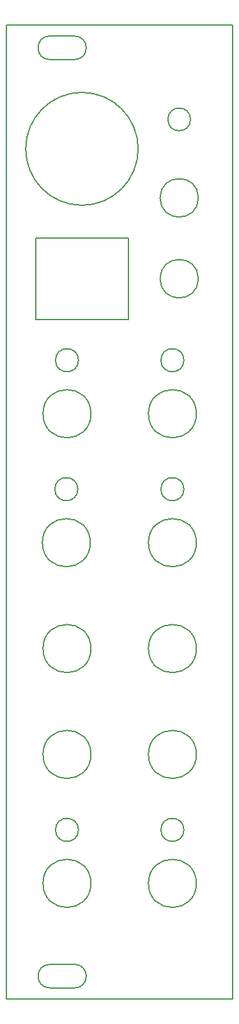
<source format=gm1>
G04 #@! TF.GenerationSoftware,KiCad,Pcbnew,(6.0.10)*
G04 #@! TF.CreationDate,2023-01-23T22:24:19-05:00*
G04 #@! TF.ProjectId,umidi,756d6964-692e-46b6-9963-61645f706362,rev?*
G04 #@! TF.SameCoordinates,Original*
G04 #@! TF.FileFunction,Profile,NP*
%FSLAX46Y46*%
G04 Gerber Fmt 4.6, Leading zero omitted, Abs format (unit mm)*
G04 Created by KiCad (PCBNEW (6.0.10)) date 2023-01-23 22:24:19*
%MOMM*%
%LPD*%
G01*
G04 APERTURE LIST*
G04 #@! TA.AperFunction,Profile*
%ADD10C,0.200000*%
G04 #@! TD*
G04 APERTURE END LIST*
D10*
X152795000Y-36041200D02*
X122795000Y-36041200D01*
X152795000Y-164541200D02*
X152795000Y-36041200D01*
X122795000Y-164541200D02*
X152795000Y-164541200D01*
X122795000Y-36041200D02*
X122795000Y-164541200D01*
X131820000Y-163091200D02*
G75*
G03*
X131820000Y-159991200I0J1550000D01*
G01*
X128530000Y-159991200D02*
X131820000Y-159991200D01*
X128530000Y-159991200D02*
G75*
G03*
X128530000Y-163091200I0J-1550000D01*
G01*
X131820000Y-163091200D02*
X128530000Y-163091200D01*
X128530000Y-37491200D02*
G75*
G03*
X128530000Y-40591200I0J-1550000D01*
G01*
X131820000Y-40591200D02*
X128530000Y-40591200D01*
X131820000Y-40591200D02*
G75*
G03*
X131820000Y-37491200I0J1550000D01*
G01*
X128530000Y-37491200D02*
X131820000Y-37491200D01*
X138995000Y-74871200D02*
X126645000Y-74871200D01*
X138995000Y-64141200D02*
X138995000Y-74871200D01*
X126645000Y-64141200D02*
X138995000Y-64141200D01*
X126645000Y-74871200D02*
X126645000Y-64141200D01*
X140245000Y-52371200D02*
G75*
G03*
X140245000Y-52371200I-7450000J0D01*
G01*
X147955000Y-118313200D02*
G75*
G03*
X147955000Y-118313200I-3175000J0D01*
G01*
X133985000Y-87325200D02*
G75*
G03*
X133985000Y-87325200I-3175000J0D01*
G01*
X147955000Y-104343200D02*
G75*
G03*
X147955000Y-104343200I-3175000J0D01*
G01*
X147955000Y-132283200D02*
G75*
G03*
X147955000Y-132283200I-3175000J0D01*
G01*
X147955000Y-149301200D02*
G75*
G03*
X147955000Y-149301200I-3175000J0D01*
G01*
X133985000Y-149301200D02*
G75*
G03*
X133985000Y-149301200I-3175000J0D01*
G01*
X133985000Y-132283200D02*
G75*
G03*
X133985000Y-132283200I-3175000J0D01*
G01*
X133899831Y-104343200D02*
G75*
G03*
X133899831Y-104343200I-3175000J0D01*
G01*
X147955000Y-87325200D02*
G75*
G03*
X147955000Y-87325200I-3175000J0D01*
G01*
X133985000Y-118313200D02*
G75*
G03*
X133985000Y-118313200I-3175000J0D01*
G01*
X132334000Y-80264000D02*
G75*
G03*
X132334000Y-80264000I-1524000J0D01*
G01*
X146304000Y-97282000D02*
G75*
G03*
X146304000Y-97282000I-1524000J0D01*
G01*
X146304000Y-142240000D02*
G75*
G03*
X146304000Y-142240000I-1524000J0D01*
G01*
X132334000Y-142240000D02*
G75*
G03*
X132334000Y-142240000I-1524000J0D01*
G01*
X132248831Y-97282000D02*
G75*
G03*
X132248831Y-97282000I-1524000J0D01*
G01*
X146304000Y-80264000D02*
G75*
G03*
X146304000Y-80264000I-1524000J0D01*
G01*
X147181600Y-48487200D02*
G75*
G03*
X147181600Y-48487200I-1498600J0D01*
G01*
X148223000Y-58838200D02*
G75*
G03*
X148223000Y-58838200I-2540000J0D01*
G01*
X148223000Y-69506200D02*
G75*
G03*
X148223000Y-69506200I-2540000J0D01*
G01*
M02*

</source>
